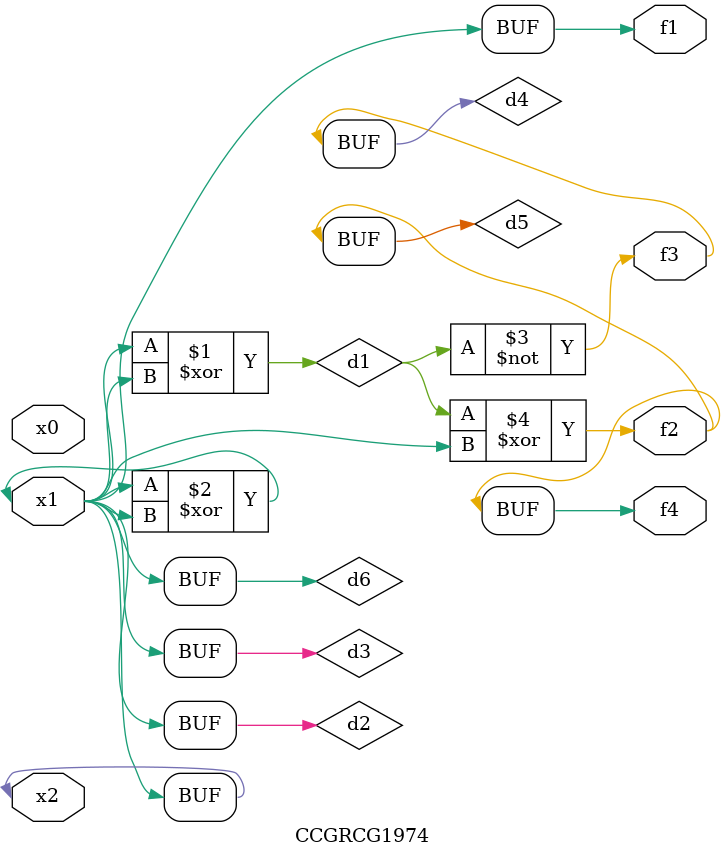
<source format=v>
module CCGRCG1974(
	input x0, x1, x2,
	output f1, f2, f3, f4
);

	wire d1, d2, d3, d4, d5, d6;

	xor (d1, x1, x2);
	buf (d2, x1, x2);
	xor (d3, x1, x2);
	nor (d4, d1);
	xor (d5, d1, d2);
	buf (d6, d2, d3);
	assign f1 = d6;
	assign f2 = d5;
	assign f3 = d4;
	assign f4 = d5;
endmodule

</source>
